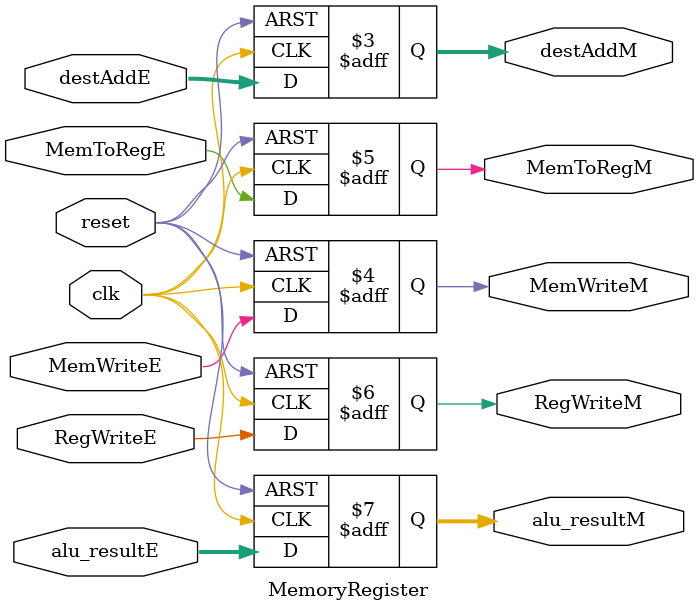
<source format=v>
module MemoryRegister(
    input               clk, reset,
    input               MemWriteE, MemToRegE, RegWriteE,
    input       [3:0]   destAddE,
    input       [15:0]  alu_resultE,
    output reg  [3:0]   destAddM,
    output reg          MemWriteM, MemToRegM, RegWriteM,
    output reg  [15:0]  alu_resultM
);

always@(posedge clk or negedge reset)begin
    if(~reset)begin
        MemWriteM   <= 1'b0;
        MemToRegM   <= 1'b0;
        RegWriteM   <= 1'b0;
        alu_resultM <= 16'h0000;
        destAddM    <= 4'b0000;
    end
    else begin
        MemWriteM   <= MemWriteE;
        MemToRegM   <= MemToRegE;
        RegWriteM   <= RegWriteE;
        alu_resultM <= alu_resultE;
        destAddM    <= destAddE;
    end
end

endmodule
</source>
